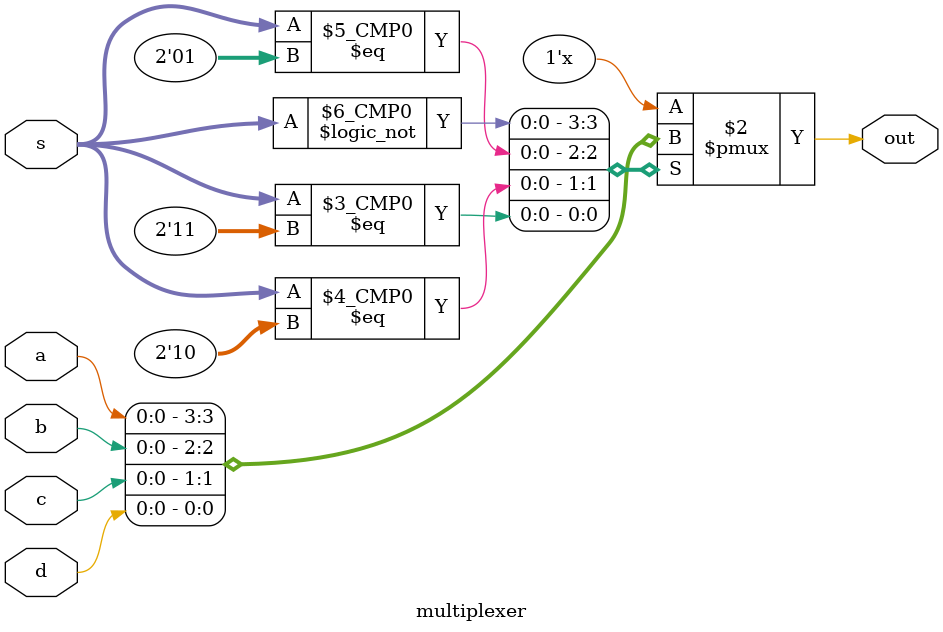
<source format=v>
`timescale 1ns / 1ps


module multiplexer(
input a,b,c,d,
input [1:0] s,
output reg out

    );
always @(*)
case(s)
2'b00:out=a;
2'b01:out=b;
2'b10:out=c;
2'b11:out=d;
endcase
endmodule

</source>
